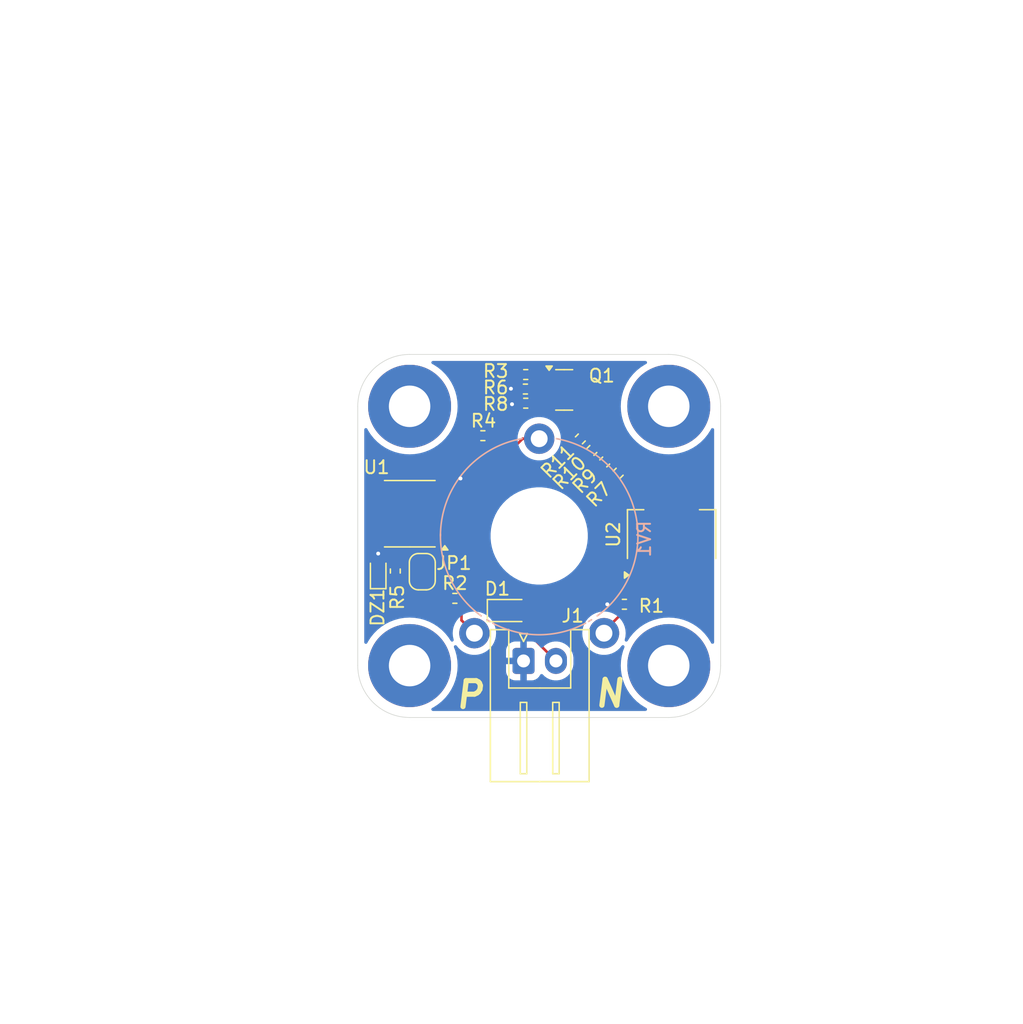
<source format=kicad_pcb>
(kicad_pcb (version 20240108) (generator "pcbnew") (generator_version "8.0")
  (layers (0 "F.Cu" signal) (31 "B.Cu" signal) (34 "B.Paste" user) (35 "F.Paste" user) (36 "B.SilkS" user "B.Silkscreen") (37 "F.SilkS" user "F.Silkscreen") (38 "B.Mask" user) (39 "F.Mask" user) (44 "Edge.Cuts" user))
  (net 0 "")
  (net 1 "GND")
  (net 2 "Net-(DZ1-K)")
  (net 3 "VCC")
  (net 4 "Net-(Q1-G)")
  (net 5 "Net-(Q1-S)")
  (net 6 "Net-(R3-Pad1)")
  (net 7 "Net-(U1A--)")
  (net 9 "Net-(U1A-+)")
  (net 12 "Net-(JP1-A)")
  (net 13 "Net-(R1-Pad1)")
  (net 14 "Net-(R2-Pad2)")
  (net 27 "Net-(U2-VO)")
  (net 28 "Net-(D1-A)")
  (footprint "Resistor_SMD:R_0402_1005Metric" (layer "F.Cu") (at 133.382 75.9054)
    (property "Reference" "R3" (at -2.318 -0.2642 0) (layer "F.SilkS"))
    (property "Value" "10k")
    (fp_line (start -0.153641 -0.38) (end 0.153641 -0.38) (stroke (width 0.12)) (layer "F.SilkS"))
    (fp_line (start -0.153641 0.38) (end 0.153641 0.38) (stroke (width 0.12)) (layer "F.SilkS"))
    (pad "1" smd roundrect (at -0.51 0) (size 0.54 0.64) (layers "F.Cu" "F.Paste" "F.Mask") (net 6 "Net-(R3-Pad1)"))
    (pad "2" smd roundrect (at 0.51 0) (size 0.54 0.64) (layers "F.Cu" "F.Paste" "F.Mask") (net 4 "Net-(Q1-G)"))
  )
  (footprint "Resistor_SMD:R_0402_1005Metric" (layer "F.Cu") (at 127.9144 93.1672)
    (property "Reference" "R2" (at 0 -1.17 0) (layer "F.SilkS"))
    (property "Value" "1k")
    (fp_line (start -0.153641 -0.38) (end 0.153641 -0.38) (stroke (width 0.12)) (layer "F.SilkS"))
    (fp_line (start -0.153641 0.38) (end 0.153641 0.38) (stroke (width 0.12)) (layer "F.SilkS"))
    (pad "1" smd roundrect (at -0.51 0) (size 0.54 0.64) (layers "F.Cu" "F.Paste" "F.Mask") (net 2 "Net-(DZ1-K)"))
    (pad "2" smd roundrect (at 0.51 0) (size 0.54 0.64) (layers "F.Cu" "F.Paste" "F.Mask") (net 14 "Net-(R2-Pad2)"))
  )
  (footprint "MountingHole:MountingHole_3.2mm_M3_Pad_TopBottom" (layer "F.Cu") (at 124.4201 98.3541)
    (property "Reference" "H2" (hide yes))
    (property "Value" "MountingHole_Pad")
    (pad "1" thru_hole circle (at 0 0) (size 3.6 3.6) (drill 3.2) (layers "*.Cu" "*.Mask"))
    (pad "1" connect circle (at 0 0) (size 6.4 6.4) (layers "F.Cu" "F.Mask"))
    (pad "1" connect circle (at 0 0) (size 6.4 6.4) (layers "B.Cu" "B.Mask"))
  )
  (footprint "MountingHole:MountingHole_3.2mm_M3_Pad_TopBottom" (layer "F.Cu") (at 144.4201 78.3541)
    (property "Reference" "H4" (hide yes))
    (property "Value" "MountingHole_Pad")
    (pad "1" thru_hole circle (at 0 0) (size 3.6 3.6) (drill 3.2) (layers "*.Cu" "*.Mask"))
    (pad "1" connect circle (at 0 0) (size 6.4 6.4) (layers "F.Cu" "F.Mask"))
    (pad "1" connect circle (at 0 0) (size 6.4 6.4) (layers "B.Cu" "B.Mask"))
  )
  (footprint "Resistor_SMD:R_0402_1005Metric" (layer "F.Cu") (at 133.3566 77.023)
    (property "Reference" "R6" (at -2.2926 -0.1118 0) (layer "F.SilkS"))
    (property "Value" "510R")
    (fp_line (start -0.153641 -0.38) (end 0.153641 -0.38) (stroke (width 0.12)) (layer "F.SilkS"))
    (fp_line (start -0.153641 0.38) (end 0.153641 0.38) (stroke (width 0.12)) (layer "F.SilkS"))
    (pad "1" smd roundrect (at -0.51 0) (size 0.54 0.64) (layers "F.Cu" "F.Paste" "F.Mask") (net 1 "GND"))
    (pad "2" smd roundrect (at 0.51 0) (size 0.54 0.64) (layers "F.Cu" "F.Paste" "F.Mask") (net 5 "Net-(Q1-S)"))
  )
  (footprint "Resistor_SMD:R_0402_1005Metric" (layer "F.Cu") (at 123.317 91.059 -90)
    (property "Reference" "R5" (at 2.032 -0.1524 90) (layer "F.SilkS"))
    (property "Value" "1k")
    (fp_line (start -0.153641 0.38) (end 0.153641 0.38) (stroke (width 0.12)) (layer "F.SilkS"))
    (fp_line (start -0.153641 -0.38) (end 0.153641 -0.38) (stroke (width 0.12)) (layer "F.SilkS"))
    (pad "1" smd roundrect (at -0.51 0 270) (size 0.54 0.64) (layers "F.Cu" "F.Paste" "F.Mask") (net 12 "Net-(JP1-A)"))
    (pad "2" smd roundrect (at 0.51 0 270) (size 0.54 0.64) (layers "F.Cu" "F.Paste" "F.Mask") (net 2 "Net-(DZ1-K)"))
  )
  (footprint "Package_TO_SOT_SMD:SOT-23" (layer "F.Cu") (at 136.3495 77.089)
    (property "Reference" "Q1" (at 2.8933 -1.0922 0) (layer "F.SilkS"))
    (property "Value" "2N7002")
    (fp_line (start 0 -1.56) (end -0.65 -1.56) (stroke (width 0.12)) (layer "F.SilkS"))
    (fp_line (start 0 -1.56) (end 0.65 -1.56) (stroke (width 0.12)) (layer "F.SilkS"))
    (fp_line (start 0 1.56) (end -0.65 1.56) (stroke (width 0.12)) (layer "F.SilkS"))
    (fp_line (start 0 1.56) (end 0.65 1.56) (stroke (width 0.12)) (layer "F.SilkS"))
    (fp_poly (pts (xy -1.1625 -1.51) (xy -1.4025 -1.84) (xy -0.9225 -1.84) (xy -1.1625 -1.51)) (stroke (width 0.12)) (fill solid) (layer "F.SilkS"))
    (pad "1" smd roundrect (at -0.9375 -0.95) (size 1.475 0.6) (layers "F.Cu" "F.Paste" "F.Mask") (net 4 "Net-(Q1-G)"))
    (pad "2" smd roundrect (at -0.9375 0.95) (size 1.475 0.6) (layers "F.Cu" "F.Paste" "F.Mask") (net 5 "Net-(Q1-S)"))
    (pad "3" smd roundrect (at 0.9375 0) (size 1.475 0.6) (layers "F.Cu" "F.Paste" "F.Mask") (net 3 "VCC"))
  )
  (footprint "Diode_SMD:D_SOD-523" (layer "F.Cu") (at 121.9962 91.1606 90)
    (property "Reference" "DZ1" (at -2.7178 -0.0508 -90) (layer "F.SilkS"))
    (property "Value" "5.6V")
    (fp_line (start 0.7 -0.6) (end -1.26 -0.6) (stroke (width 0.12)) (layer "F.SilkS"))
    (fp_line (start -1.26 -0.6) (end -1.26 0.6) (stroke (width 0.12)) (layer "F.SilkS"))
    (fp_line (start 0.7 0.6) (end -1.26 0.6) (stroke (width 0.12)) (layer "F.SilkS"))
    (pad "1" smd roundrect (at -0.7 0 270) (size 0.6 0.7) (layers "F.Cu" "F.Paste" "F.Mask") (net 2 "Net-(DZ1-K)"))
    (pad "2" smd roundrect (at 0.7 0 270) (size 0.6 0.7) (layers "F.Cu" "F.Paste" "F.Mask") (net 1 "GND"))
  )
  (footprint "Resistor_SMD:R_0402_1005Metric" (layer "F.Cu") (at 130.0734 80.6196)
    (property "Reference" "R4" (at 0.0508 -1.143 0) (layer "F.SilkS"))
    (property "Value" "10k")
    (fp_line (start -0.153641 -0.38) (end 0.153641 -0.38) (stroke (width 0.12)) (layer "F.SilkS"))
    (fp_line (start -0.153641 0.38) (end 0.153641 0.38) (stroke (width 0.12)) (layer "F.SilkS"))
    (pad "1" smd roundrect (at -0.51 0) (size 0.54 0.64) (layers "F.Cu" "F.Paste" "F.Mask") (net 7 "Net-(U1A--)"))
    (pad "2" smd roundrect (at 0.51 0) (size 0.54 0.64) (layers "F.Cu" "F.Paste" "F.Mask") (net 5 "Net-(Q1-S)"))
  )
  (footprint "Resistor_SMD:R_0402_1005Metric" (layer "F.Cu") (at 140.517824 83.510176 -135)
    (property "Reference" "R7" (at 2.234209 -0.107763 45) (layer "F.SilkS"))
    (property "Value" "3k3")
    (fp_line (start -0.153641 0.38) (end 0.153641 0.38) (stroke (width 0.12)) (layer "F.SilkS"))
    (fp_line (start -0.153641 -0.38) (end 0.153641 -0.38) (stroke (width 0.12)) (layer "F.SilkS"))
    (pad "1" smd roundrect (at -0.509999 0 225) (size 0.54 0.64) (layers "F.Cu" "F.Paste" "F.Mask") (net 27 "Net-(U2-VO)"))
    (pad "2" smd roundrect (at 0.509999 0 225) (size 0.54 0.64) (layers "F.Cu" "F.Paste" "F.Mask") (net 12 "Net-(JP1-A)"))
  )
  (footprint "Resistor_SMD:R_0402_1005Metric" (layer "F.Cu") (at 139.476424 82.646576 -135)
    (property "Reference" "R9" (at 2.126445 0.035921 45) (layer "F.SilkS"))
    (property "Value" "3k3")
    (fp_line (start -0.153641 0.38) (end 0.153641 0.38) (stroke (width 0.12)) (layer "F.SilkS"))
    (fp_line (start -0.153641 -0.38) (end 0.153641 -0.38) (stroke (width 0.12)) (layer "F.SilkS"))
    (pad "1" smd roundrect (at -0.509999 0 225) (size 0.54 0.64) (layers "F.Cu" "F.Paste" "F.Mask") (net 27 "Net-(U2-VO)"))
    (pad "2" smd roundrect (at 0.509999 0 225) (size 0.54 0.64) (layers "F.Cu" "F.Paste" "F.Mask") (net 12 "Net-(JP1-A)"))
  )
  (footprint "Jumper:SolderJumper-2_P1.3mm_Open_RoundedPad1.0x1.5mm" (layer "F.Cu") (at 125.3998 91.1098 -90)
    (property "Reference" "JP1" (at -0.6604 -2.4384 0) (layer "F.SilkS"))
    (property "Value" "SolderJumper_2_Open")
    (fp_line (start 0.7 1) (end -0.7 1) (stroke (width 0.12)) (layer "F.SilkS"))
    (fp_line (start -1.4 0.3) (end -1.4 -0.3) (stroke (width 0.12)) (layer "F.SilkS"))
    (fp_line (start 1.4 -0.3) (end 1.4 0.3) (stroke (width 0.12)) (layer "F.SilkS"))
    (fp_line (start -0.7 -1) (end 0.7 -1) (stroke (width 0.12)) (layer "F.SilkS"))
    (fp_arc (start -0.7 1) (mid -1.194975 0.794975) (end -1.4 0.3) (stroke (width 0.12)) (layer "F.SilkS"))
    (fp_arc (start 1.4 0.3) (mid 1.194975 0.794975) (end 0.7 1) (stroke (width 0.12)) (layer "F.SilkS"))
    (fp_arc (start -1.4 -0.3) (mid -1.194975 -0.794975) (end -0.7 -1) (stroke (width 0.12)) (layer "F.SilkS"))
    (fp_arc (start 0.7 -1) (mid 1.194975 -0.794975) (end 1.4 -0.3) (stroke (width 0.12)) (layer "F.SilkS"))
    (pad "1" smd custom (at -0.65 0 270) (size 1 0.5) (layers "F.Cu" "F.Mask") (net 12 "Net-(JP1-A)") (options (clearance outline) (anchor rect)) (primitives (gr_circle (center 0 0.25) (end 0.5 0.25) (width 0) (fill yes)) (gr_circle (center 0 -0.25) (end 0.5 -0.25) (width 0) (fill yes)) (gr_poly (pts (xy 0.5 0.75) (xy 0 0.75) (xy 0 -0.75) (xy 0.5 -0.75)) (width 0) (fill yes))))
    (pad "2" smd custom (at 0.65 0 270) (size 1 0.5) (layers "F.Cu" "F.Mask") (net 3 "VCC") (options (clearance outline) (anchor rect)) (primitives (gr_circle (center 0 0.25) (end 0.5 0.25) (width 0) (fill yes)) (gr_circle (center 0 -0.25) (end 0.5 -0.25) (width 0) (fill yes)) (gr_poly (pts (xy 0 0.75) (xy -0.5 0.75) (xy -0.5 -0.75) (xy 0 -0.75)) (width 0) (fill yes))))
  )
  (footprint "MountingHole:MountingHole_3.2mm_M3_Pad_TopBottom" (layer "F.Cu") (at 124.4201 78.3541)
    (property "Reference" "H1" (hide yes))
    (property "Value" "MountingHole_Pad")
    (pad "1" thru_hole circle (at 0 0) (size 3.6 3.6) (drill 3.2) (layers "*.Cu" "*.Mask"))
    (pad "1" connect circle (at 0 0) (size 6.4 6.4) (layers "F.Cu" "F.Mask"))
    (pad "1" connect circle (at 0 0) (size 6.4 6.4) (layers "B.Cu" "B.Mask"))
  )
  (footprint "Resistor_SMD:R_0402_1005Metric" (layer "F.Cu") (at 138.485824 81.757576 -135)
    (property "Reference" "R10" (at 2.449735 0 45) (layer "F.SilkS"))
    (property "Value" "3k3")
    (fp_line (start -0.153641 0.38) (end 0.153641 0.38) (stroke (width 0.12)) (layer "F.SilkS"))
    (fp_line (start -0.153641 -0.38) (end 0.153641 -0.38) (stroke (width 0.12)) (layer "F.SilkS"))
    (pad "1" smd roundrect (at -0.509999 0 225) (size 0.54 0.64) (layers "F.Cu" "F.Paste" "F.Mask") (net 27 "Net-(U2-VO)"))
    (pad "2" smd roundrect (at 0.509999 0 225) (size 0.54 0.64) (layers "F.Cu" "F.Paste" "F.Mask") (net 12 "Net-(JP1-A)"))
  )
  (footprint "Connector_JST:JST_XH_S2B-XH-A_1x02_P2.50mm_Horizontal" (layer "F.Cu") (at 133.2122 97.9932)
    (property "Reference" "J1" (at 3.7954 -3.4798 0) (layer "F.SilkS"))
    (property "Value" "current")
    (fp_line (start -2.56 -2.41) (end -1.14 -2.41) (stroke (width 0.12)) (layer "F.SilkS"))
    (fp_line (start -2.56 9.31) (end -2.56 -2.41) (stroke (width 0.12)) (layer "F.SilkS"))
    (fp_line (start -1.14 -2.41) (end -1.14 2.09) (stroke (width 0.12)) (layer "F.SilkS"))
    (fp_line (start -1.14 2.09) (end 1.25 2.09) (stroke (width 0.12)) (layer "F.SilkS"))
    (fp_line (start -0.3 -2.1) (end 0.3 -2.1) (stroke (width 0.12)) (layer "F.SilkS"))
    (fp_line (start -0.25 3.2) (end -0.25 8.7) (stroke (width 0.12)) (layer "F.SilkS"))
    (fp_line (start -0.25 8.7) (end 0.25 8.7) (stroke (width 0.12)) (layer "F.SilkS"))
    (fp_line (start 0 -1.5) (end -0.3 -2.1) (stroke (width 0.12)) (layer "F.SilkS"))
    (fp_line (start 0.25 3.2) (end -0.25 3.2) (stroke (width 0.12)) (layer "F.SilkS"))
    (fp_line (start 0.25 8.7) (end 0.25 3.2) (stroke (width 0.12)) (layer "F.SilkS"))
    (fp_line (start 0.3 -2.1) (end 0 -1.5) (stroke (width 0.12)) (layer "F.SilkS"))
    (fp_line (start 1.25 9.31) (end -2.56 9.31) (stroke (width 0.12)) (layer "F.SilkS"))
    (fp_line (start 1.25 9.31) (end 5.06 9.31) (stroke (width 0.12)) (layer "F.SilkS"))
    (fp_line (start 2.25 3.2) (end 2.25 8.7) (stroke (width 0.12)) (layer "F.SilkS"))
    (fp_line (start 2.25 8.7) (end 2.75 8.7) (stroke (width 0.12)) (layer "F.SilkS"))
    (fp_line (start 2.75 3.2) (end 2.25 3.2) (stroke (width 0.12)) (layer "F.SilkS"))
    (fp_line (start 2.75 8.7) (end 2.75 3.2) (stroke (width 0.12)) (layer "F.SilkS"))
    (fp_line (start 3.64 -2.41) (end 3.64 2.09) (stroke (width 0.12)) (layer "F.SilkS"))
    (fp_line (start 3.64 2.09) (end 1.25 2.09) (stroke (width 0.12)) (layer "F.SilkS"))
    (fp_line (start 5.06 -2.41) (end 3.64 -2.41) (stroke (width 0.12)) (layer "F.SilkS"))
    (fp_line (start 5.06 9.31) (end 5.06 -2.41) (stroke (width 0.12)) (layer "F.SilkS"))
    (pad "1" thru_hole roundrect (at 0 0) (size 1.7 2) (drill 1) (layers "*.Cu" "*.Mask") (roundrect_rratio 0.147059) (net 1 "GND"))
    (pad "2" thru_hole oval (at 2.5 0) (size 1.7 2) (drill 1) (layers "*.Cu" "*.Mask") (net 28 "Net-(D1-A)"))
  )
  (footprint "Diode_SMD:D_SOD-323" (layer "F.Cu") (at 132.0292 94.107)
    (property "Reference" "D1" (at -0.8382 -1.6764 0) (layer "F.SilkS"))
    (property "Value" "1N4148")
    (fp_line (start -1.61 -0.85) (end -1.61 0.85) (stroke (width 0.12)) (layer "F.SilkS"))
    (fp_line (start -1.61 -0.85) (end 1.05 -0.85) (stroke (width 0.12)) (layer "F.SilkS"))
    (fp_line (start -1.61 0.85) (end 1.05 0.85) (stroke (width 0.12)) (layer "F.SilkS"))
    (pad "1" smd roundrect (at -1.05 0) (size 0.6 0.45) (layers "F.Cu" "F.Paste" "F.Mask") (net 3 "VCC"))
    (pad "2" smd roundrect (at 1.05 0) (size 0.6 0.45) (layers "F.Cu" "F.Paste" "F.Mask") (net 28 "Net-(D1-A)"))
  )
  (footprint "Package_TO_SOT_SMD:SOT-223-3_TabPin2" (layer "F.Cu") (at 144.6397 88.2396 90)
    (property "Reference" "U2" (at 0 -4.5 90) (layer "F.SilkS"))
    (property "Value" "AMS1117-3.3")
    (fp_line (start 1.91 -3.41) (end 1.91 -2.15) (stroke (width 0.12)) (layer "F.SilkS"))
    (fp_line (start -1.85 -3.41) (end 1.91 -3.41) (stroke (width 0.12)) (layer "F.SilkS"))
    (fp_line (start 1.91 3.41) (end 1.91 2.15) (stroke (width 0.12)) (layer "F.SilkS"))
    (fp_line (start -1.85 3.41) (end 1.91 3.41) (stroke (width 0.12)) (layer "F.SilkS"))
    (fp_poly (pts (xy -3.13 -3.31) (xy -3.37 -3.64) (xy -2.89 -3.64) (xy -3.13 -3.31)) (stroke (width 0.12)) (fill solid) (layer "F.SilkS"))
    (pad "1" smd roundrect (at -3.15 -2.3 90) (size 2 1.5) (layers "F.Cu" "F.Paste" "F.Mask") (net 12 "Net-(JP1-A)"))
    (pad "2" smd roundrect (at -3.15 0 90) (size 2 1.5) (layers "F.Cu" "F.Paste" "F.Mask") (net 27 "Net-(U2-VO)"))
    (pad "2" smd roundrect (at 3.15 0 90) (size 2 3.8) (layers "F.Cu" "F.Paste" "F.Mask") (net 27 "Net-(U2-VO)"))
    (pad "3" smd roundrect (at -3.15 2.3 90) (size 2 1.5) (layers "F.Cu" "F.Paste" "F.Mask") (net 3 "VCC"))
  )
  (footprint "Resistor_SMD:R_0402_1005Metric" (layer "F.Cu") (at 133.382 78.1152)
    (property "Reference" "R8" (at -2.318 0.066 0) (layer "F.SilkS"))
    (property "Value" "510R")
    (fp_line (start -0.153641 -0.38) (end 0.153641 -0.38) (stroke (width 0.12)) (layer "F.SilkS"))
    (fp_line (start -0.153641 0.38) (end 0.153641 0.38) (stroke (width 0.12)) (layer "F.SilkS"))
    (pad "1" smd roundrect (at -0.51 0) (size 0.54 0.64) (layers "F.Cu" "F.Paste" "F.Mask") (net 1 "GND"))
    (pad "2" smd roundrect (at 0.51 0) (size 0.54 0.64) (layers "F.Cu" "F.Paste" "F.Mask") (net 5 "Net-(Q1-S)"))
  )
  (footprint "Resistor_SMD:R_0402_1005Metric" (layer "F.Cu") (at 137.596824 80.868576 -135)
    (property "Reference" "R11" (at 2.467695 0.017961 45) (layer "F.SilkS"))
    (property "Value" "3k3")
    (fp_line (start -0.153641 0.38) (end 0.153641 0.38) (stroke (width 0.12)) (layer "F.SilkS"))
    (fp_line (start -0.153641 -0.38) (end 0.153641 -0.38) (stroke (width 0.12)) (layer "F.SilkS"))
    (pad "1" smd roundrect (at -0.509999 0 225) (size 0.54 0.64) (layers "F.Cu" "F.Paste" "F.Mask") (net 27 "Net-(U2-VO)"))
    (pad "2" smd roundrect (at 0.509999 0 225) (size 0.54 0.64) (layers "F.Cu" "F.Paste" "F.Mask") (net 12 "Net-(JP1-A)"))
  )
  (footprint "Resistor_SMD:R_0402_1005Metric" (layer "F.Cu") (at 140.9954 93.6244 180)
    (property "Reference" "R1" (at -2.0828 -0.127 0) (layer "F.SilkS"))
    (property "Value" "1k")
    (fp_line (start -0.153641 0.38) (end 0.153641 0.38) (stroke (width 0.12)) (layer "F.SilkS"))
    (fp_line (start -0.153641 -0.38) (end 0.153641 -0.38) (stroke (width 0.12)) (layer "F.SilkS"))
    (pad "1" smd roundrect (at -0.51 0 180) (size 0.54 0.64) (layers "F.Cu" "F.Paste" "F.Mask") (net 13 "Net-(R1-Pad1)"))
    (pad "2" smd roundrect (at 0.51 0 180) (size 0.54 0.64) (layers "F.Cu" "F.Paste" "F.Mask") (net 1 "GND"))
  )
  (footprint "Package_SO:SOIC-8_3.9x4.9mm_P1.27mm" (layer "F.Cu") (at 124.4346 86.6394 180)
    (property "Reference" "U1" (at 2.5654 3.5814 0) (layer "F.SilkS"))
    (property "Value" "LM358")
    (fp_line (start 0 2.56) (end 1.95 2.56) (stroke (width 0.12)) (layer "F.SilkS"))
    (fp_line (start 0 2.56) (end -1.95 2.56) (stroke (width 0.12)) (layer "F.SilkS"))
    (fp_line (start 0 -2.56) (end 1.95 -2.56) (stroke (width 0.12)) (layer "F.SilkS"))
    (fp_line (start 0 -2.56) (end -1.95 -2.56) (stroke (width 0.12)) (layer "F.SilkS"))
    (fp_poly (pts (xy -2.7 -2.465) (xy -2.94 -2.795) (xy -2.46 -2.795) (xy -2.7 -2.465)) (stroke (width 0.12)) (fill solid) (layer "F.SilkS"))
    (pad "1" smd roundrect (at -2.475 -1.905 180) (size 1.95 0.6) (layers "F.Cu" "F.Paste" "F.Mask") (net 6 "Net-(R3-Pad1)"))
    (pad "2" smd roundrect (at -2.475 -0.635 180) (size 1.95 0.6) (layers "F.Cu" "F.Paste" "F.Mask") (net 7 "Net-(U1A--)"))
    (pad "3" smd roundrect (at -2.475 0.635 180) (size 1.95 0.6) (layers "F.Cu" "F.Paste" "F.Mask") (net 9 "Net-(U1A-+)"))
    (pad "4" smd roundrect (at -2.475 1.905 180) (size 1.95 0.6) (layers "F.Cu" "F.Paste" "F.Mask") (net 1 "GND"))
    (pad "5" smd roundrect (at 2.475 1.905 180) (size 1.95 0.6) (layers "F.Cu" "F.Paste" "F.Mask"))
    (pad "6" smd roundrect (at 2.475 0.635 180) (size 1.95 0.6) (layers "F.Cu" "F.Paste" "F.Mask"))
    (pad "7" smd roundrect (at 2.475 -0.635 180) (size 1.95 0.6) (layers "F.Cu" "F.Paste" "F.Mask"))
    (pad "8" smd roundrect (at 2.475 -1.905 180) (size 1.95 0.6) (layers "F.Cu" "F.Paste" "F.Mask") (net 12 "Net-(JP1-A)"))
  )
  (footprint "MountingHole:MountingHole_3.2mm_M3_Pad_TopBottom" (layer "F.Cu") (at 144.4201 98.3541)
    (property "Reference" "H3" (hide yes))
    (property "Value" "MountingHole_Pad")
    (pad "1" thru_hole circle (at 0 0) (size 3.6 3.6) (drill 3.2) (layers "*.Cu" "*.Mask"))
    (pad "1" connect circle (at 0 0) (size 6.4 6.4) (layers "F.Cu" "F.Mask"))
    (pad "1" connect circle (at 0 0) (size 6.4 6.4) (layers "B.Cu" "B.Mask"))
  )
  (footprint "PCM_Potentiometer_THT_AKL:Potentiometer_Piher_PT-15-V15_Vertical_Hole" (layer "B.Cu") (at 129.4201 95.8541 90)
    (property "Reference" "RV1" (at 7.2714 13.1017 -90) (layer "B.SilkS") (effects (justify mirror)))
    (property "Value" "100k PTN15-E100DB10-H" (hide yes))
    (fp_arc (start 7.5 -2.62) (mid 12.398042 -0.837259) (end 15.004235 3.676801) (stroke (width 0.12)) (layer "B.SilkS"))
    (fp_arc (start 1.335 0.522) (mid 4.099288 -1.818715) (end 7.632064 -2.618548) (stroke (width 0.12)) (layer "B.SilkS"))
    (fp_arc (start 0.901 1.191) (mid 0.968481 1.076412) (end 1.037952 0.963019) (stroke (width 0.12)) (layer "B.SilkS"))
    (fp_arc (start 15.005 6.322) (mid 9.21553 12.424935) (end 1.335622 9.480307) (stroke (width 0.12)) (layer "B.SilkS"))
    (fp_arc (start 0.773 8.578) (mid -0.119358 5.001051) (end 0.772013 1.423856) (stroke (width 0.12)) (layer "B.SilkS"))
    (fp_arc (start 1.039 9.038) (mid 0.969512 8.924625) (end 0.902012 8.810055) (stroke (width 0.12)) (layer "B.SilkS"))
    (pad "" np_thru_hole circle (at 7.5 5 90) (size 7 7) (drill 7) (layers "*.Cu" "*.Mask"))
    (pad "1" thru_hole circle (at 0 0 90) (size 2.34 2.34) (drill 1.3) (layers "*.Cu" "*.Mask") (net 14 "Net-(R2-Pad2)"))
    (pad "2" thru_hole circle (at 15 5 90) (size 2.34 2.34) (drill 1.3) (layers "*.Cu" "*.Mask") (net 9 "Net-(U1A-+)"))
    (pad "3" thru_hole circle (at 0 10 90) (size 2.34 2.34) (drill 1.3) (layers "*.Cu" "*.Mask") (net 13 "Net-(R1-Pad1)"))
  )
  (gr_arc (start 144.4201 74.3541) (mid 147.248527 75.525673) (end 148.4201 78.3541) (stroke (width 0.05)) (layer "Edge.Cuts"))
  (gr_line (start 144.4201 74.3541) (end 124.4201 74.3541) (stroke (width 0.05)) (layer "Edge.Cuts"))
  (gr_line (start 120.4201 78.3541) (end 120.4201 98.3541) (stroke (width 0.05)) (layer "Edge.Cuts"))
  (gr_arc (start 148.4201 98.3541) (mid 147.248527 101.182527) (end 144.4201 102.3541) (stroke (width 0.05)) (layer "Edge.Cuts"))
  (gr_line (start 144.4201 102.3541) (end 124.4201 102.3541) (stroke (width 0.05)) (layer "Edge.Cuts"))
  (gr_arc (start 120.4201 78.3541) (mid 121.591673 75.525673) (end 124.4201 74.3541) (stroke (width 0.05)) (layer "Edge.Cuts"))
  (gr_line (start 148.4201 78.3541) (end 148.4201 98.3541) (stroke (width 0.05)) (layer "Edge.Cuts"))
  (gr_arc (start 124.4201 102.3541) (mid 121.591673 101.182527) (end 120.4201 98.3541) (stroke (width 0.05)) (layer "Edge.Cuts"))
  (gr_text "P" (at 127.8128 101.7778 0) (layer "F.SilkS") (effects (font (size 2 2) (thickness 0.4) (bold yes) (italic yes)) (justify left bottom)))
  (gr_text "N" (at 138.5316 101.6762 0) (layer "F.SilkS") (effects (font (size 2 2) (thickness 0.4) (bold yes) (italic yes)) (justify left bottom)))
  (segment (start 132.322399 78.192844) (end 132.794356 78.192844) (width 0.2) (layer "F.Cu") (net 1))
  (segment (start 128.3462 83.9216) (end 127.5334 84.7344) (width 0.2) (layer "F.Cu") (net 1))
  (segment (start 127.5334 84.7344) (end 126.9096 84.7344) (width 0.2) (layer "F.Cu") (net 1))
  (segment (start 132.8212 76.9976) (end 132.8466 77.023) (width 0.2) (layer "F.Cu") (net 1))
  (segment (start 121.9962 90.4606) (end 121.9962 89.7128) (width 0.2) (layer "F.Cu") (net 1))
  (segment (start 132.239 76.9976) (end 132.8212 76.9976) (width 0.2) (layer "F.Cu") (net 1))
  (segment (start 132.794356 78.192844) (end 132.872 78.1152) (width 0.2) (layer "F.Cu") (net 1))
  (segment (start 133.1046 97.8856) (end 133.2122 97.9932) (width 0.2) (layer "F.Cu") (net 1))
  (segment (start 139.6746 93.6244) (end 140.4854 93.6244) (width 0.2) (layer "F.Cu") (net 1))
  (segment (start 133.9342 97.9932) (end 133.2122 97.9932) (width 0.2) (layer "F.Cu") (net 1))
  (via (at 128.3462 83.9216) (size 0.6) (drill 0.3) (layers "F.Cu" "B.Cu") (net 1))
  (via (at 121.9962 89.7128) (size 0.6) (drill 0.3) (layers "F.Cu" "B.Cu") (net 1))
  (via (at 132.239 76.9976) (size 0.6) (drill 0.3) (layers "F.Cu" "B.Cu") (net 1))
  (via (at 132.322399 78.192844) (size 0.6) (drill 0.3) (layers "F.Cu" "B.Cu") (net 1))
  (via (at 139.6746 93.6244) (size 0.6) (drill 0.3) (layers "F.Cu" "B.Cu") (net 1))
  (segment (start 122.2878 91.569) (end 121.9962 91.8606) (width 0.2) (layer "F.Cu") (net 2))
  (segment (start 123.317 91.569) (end 122.2878 91.569) (width 0.2) (layer "F.Cu") (net 2))
  (segment (start 124.9152 93.1672) (end 127.4044 93.1672) (width 0.2) (layer "F.Cu") (net 2))
  (segment (start 123.317 91.569) (end 124.9152 93.1672) (width 0.2) (layer "F.Cu") (net 2))
  (segment (start 130.8862 94.107) (end 128.7168 91.9376) (width 0.2) (layer "F.Cu") (net 3))
  (segment (start 145.9882 92.7608) (end 147.588 91.161) (width 0.2) (layer "F.Cu") (net 3))
  (segment (start 143.002 82.804) (end 146.1008 82.804) (width 0.2) (layer "F.Cu") (net 3))
  (segment (start 128.7168 91.9376) (end 125.5776 91.9376) (width 0.2) (layer "F.Cu") (net 3))
  (segment (start 131.5634 93.5228) (end 133.7564 93.5228) (width 0.2) (layer "F.Cu") (net 3))
  (segment (start 134.8994 94.6658) (end 137.2616 94.6658) (width 0.2) (layer "F.Cu") (net 3))
  (segment (start 137.2616 94.6658) (end 139.1666 92.7608) (width 0.2) (layer "F.Cu") (net 3))
  (segment (start 130.9792 94.107) (end 131.5634 93.5228) (width 0.2) (layer "F.Cu") (net 3))
  (segment (start 147.2438 83.947) (end 147.2438 91.0855) (width 0.2) (layer "F.Cu") (net 3))
  (segment (start 146.1008 82.804) (end 147.2438 83.947) (width 0.2) (layer "F.Cu") (net 3))
  (segment (start 147.2438 91.0855) (end 146.9397 91.3896) (width 0.2) (layer "F.Cu") (net 3))
  (segment (start 125.5776 91.9376) (end 125.3998 91.7598) (width 0.2) (layer "F.Cu") (net 3))
  (segment (start 130.9792 94.107) (end 130.8862 94.107) (width 0.2) (layer "F.Cu") (net 3))
  (segment (start 133.7564 93.5228) (end 134.8994 94.6658) (width 0.2) (layer "F.Cu") (net 3))
  (segment (start 139.1666 92.7608) (end 145.9882 92.7608) (width 0.2) (layer "F.Cu") (net 3))
  (segment (start 137.287 77.089) (end 143.002 82.804) (width 0.2) (layer "F.Cu") (net 3))
  (segment (start 133.892 75.9054) (end 134.1256 76.139) (width 0.2) (layer "F.Cu") (net 4))
  (segment (start 134.1256 76.139) (end 135.412 76.139) (width 0.2) (layer "F.Cu") (net 4))
  (segment (start 130.5834 79.9064) (end 131.3688 79.121) (width 0.2) (layer "F.Cu") (net 5))
  (segment (start 133.8666 78.0898) (end 133.8666 77.023) (width 0.2) (layer "F.Cu") (net 5))
  (segment (start 133.892 78.1152) (end 133.8666 78.0898) (width 0.2) (layer "F.Cu") (net 5))
  (segment (start 131.3688 79.121) (end 133.1468 79.121) (width 0.2) (layer "F.Cu") (net 5))
  (segment (start 135.412 78.039) (end 135.3358 78.1152) (width 0.2) (layer "F.Cu") (net 5))
  (segment (start 135.3358 78.1152) (end 133.892 78.1152) (width 0.2) (layer "F.Cu") (net 5))
  (segment (start 130.5834 80.6196) (end 130.5834 79.9064) (width 0.2) (layer "F.Cu") (net 5))
  (segment (start 133.892 78.3758) (end 133.892 78.1152) (width 0.2) (layer "F.Cu") (net 5))
  (segment (start 133.1468 79.121) (end 133.892 78.3758) (width 0.2) (layer "F.Cu") (net 5))
  (segment (start 130.175 77.3684) (end 131.638 75.9054) (width 0.2) (layer "F.Cu") (net 6))
  (segment (start 131.638 75.9054) (end 132.872 75.9054) (width 0.2) (layer "F.Cu") (net 6))
  (segment (start 125.7046 88.5444) (end 124.7394 87.5792) (width 0.2) (layer "F.Cu") (net 6))
  (segment (start 130.175 78.6892) (end 130.175 77.3684) (width 0.2) (layer "F.Cu") (net 6))
  (segment (start 124.7394 87.5792) (end 124.7394 84.1248) (width 0.2) (layer "F.Cu") (net 6))
  (segment (start 126.9096 88.5444) (end 125.7046 88.5444) (width 0.2) (layer "F.Cu") (net 6))
  (segment (start 124.7394 84.1248) (end 130.175 78.6892) (width 0.2) (layer "F.Cu") (net 6))
  (segment (start 129.408848 80.6196) (end 129.5634 80.6196) (width 0.2) (layer "F.Cu") (net 7))
  (segment (start 125.6346 86.974399) (end 125.6346 84.393848) (width 0.2) (layer "F.Cu") (net 7))
  (segment (start 126.9096 87.2744) (end 125.934601 87.2744) (width 0.2) (layer "F.Cu") (net 7))
  (segment (start 125.6346 84.393848) (end 129.408848 80.6196) (width 0.2) (layer "F.Cu") (net 7))
  (segment (start 125.934601 87.2744) (end 125.6346 86.974399) (width 0.2) (layer "F.Cu") (net 7))
  (segment (start 127.9906 86.0044) (end 133.1409 80.8541) (width 0.2) (layer "F.Cu") (net 9))
  (segment (start 126.9096 86.0044) (end 127.9906 86.0044) (width 0.2) (layer "F.Cu") (net 9))
  (segment (start 133.1409 80.8541) (end 134.4201 80.8541) (width 0.2) (layer "F.Cu") (net 9))
  (segment (start 128.7884 90.6376) (end 131.2418 93.091) (width 0.2) (layer "F.Cu") (net 12))
  (segment (start 140.1572 86.614) (end 142.3397 88.7965) (width 0.2) (layer "F.Cu") (net 12))
  (segment (start 142.3397 88.7965) (end 142.3397 91.3896) (width 0.2) (layer "F.Cu") (net 12))
  (segment (start 134.0866 93.091) (end 135.0264 94.0308) (width 0.2) (layer "F.Cu") (net 12))
  (segment (start 125.3998 90.4598) (end 125.5776 90.6376) (width 0.2) (layer "F.Cu") (net 12))
  (segment (start 123.317 89.0016) (end 122.8598 88.5444) (width 0.2) (layer "F.Cu") (net 12))
  (segment (start 135.0264 94.0308) (end 136.9314 94.0308) (width 0.2) (layer "F.Cu") (net 12))
  (segment (start 125.3998 90.4598) (end 124.7752 90.4598) (width 0.2) (layer "F.Cu") (net 12))
  (segment (start 125.5776 90.6376) (end 128.7884 90.6376) (width 0.2) (layer "F.Cu") (net 12))
  (segment (start 123.317 90.549) (end 123.317 89.0016) (width 0.2) (layer "F.Cu") (net 12))
  (segment (start 140.1572 83.8708) (end 140.1572 86.614) (width 0.2) (layer "F.Cu") (net 12))
  (segment (start 138.1252 82.1182) (end 138.2268 82.1182) (width 0.2) (layer "F.Cu") (net 12))
  (segment (start 139.1158 83.0072) (end 139.2936 83.0072) (width 0.2) (layer "F.Cu") (net 12))
  (segment (start 122.8598 88.5444) (end 121.9596 88.5444) (width 0.2) (layer "F.Cu") (net 12))
  (segment (start 131.2418 93.091) (end 134.0866 93.091) (width 0.2) (layer "F.Cu") (net 12))
  (segment (start 138.2268 82.1182) (end 139.1158 83.0072) (width 0.2) (layer "F.Cu") (net 12))
  (segment (start 139.2936 83.0072) (end 140.1572 83.8708) (width 0.2) (layer "F.Cu") (net 12))
  (segment (start 136.9314 94.0308) (end 139.3952 91.567) (width 0.2) (layer "F.Cu") (net 12))
  (segment (start 124.7752 90.4598) (end 122.8598 88.5444) (width 0.2) (layer "F.Cu") (net 12))
  (segment (start 137.2362 81.2292) (end 138.1252 82.1182) (width 0.2) (layer "F.Cu") (net 12))
  (segment (start 139.3952 91.567) (end 142.582 91.567) (width 0.2) (layer "F.Cu") (net 12))
  (segment (start 139.4201 95.8541) (end 139.4201 95.7097) (width 0.2) (layer "F.Cu") (net 13))
  (segment (start 139.4201 95.7097) (end 141.5054 93.6244) (width 0.2) (layer "F.Cu") (net 13))
  (segment (start 128.4244 94.8584) (end 129.4201 95.8541) (width 0.2) (layer "F.Cu") (net 14))
  (segment (start 128.4244 93.1672) (end 128.4244 94.8584) (width 0.2) (layer "F.Cu") (net 14))
  (segment (start 138.948048 81.396952) (end 139.837048 82.285952) (width 0.2) (layer "F.Cu") (net 27))
  (segment (start 140.878448 83.149552) (end 142.818496 85.0896) (width 0.2) (layer "F.Cu") (net 27))
  (segment (start 142.818496 85.0896) (end 144.6397 85.0896) (width 0.2) (layer "F.Cu") (net 27))
  (segment (start 140.014848 82.285952) (end 140.878448 83.149552) (width 0.2) (layer "F.Cu") (net 27))
  (segment (start 137.957448 80.507952) (end 138.846448 81.396952) (width 0.2) (layer "F.Cu") (net 27))
  (segment (start 144.6397 91.3896) (end 144.6397 85.0896) (width 0.2) (layer "F.Cu") (net 27))
  (segment (start 138.846448 81.396952) (end 138.948048 81.396952) (width 0.2) (layer "F.Cu") (net 27))
  (segment (start 139.837048 82.285952) (end 140.014848 82.285952) (width 0.2) (layer "F.Cu") (net 27))
  (segment (start 135.7122 97.9932) (end 133.0792 95.3602) (width 0.2) (layer "F.Cu") (net 28))
  (segment (start 133.0792 95.3602) (end 133.0792 94.107) (width 0.2) (layer "F.Cu") (net 28))
  (zone (net 1) (net_name "GND") (layer "B.Cu") (connect_pads (clearance 0.5)) (min_thickness 0.25) (fill yes (thermal_gap 0.5) (thermal_bridge_width 0.5))
    (polygon (pts (xy 97.8154 47.5488) (xy 171.7548 47.0154) (xy 167.1066 125.2982) (xy 92.8116 125.984)))
  )
)
</source>
